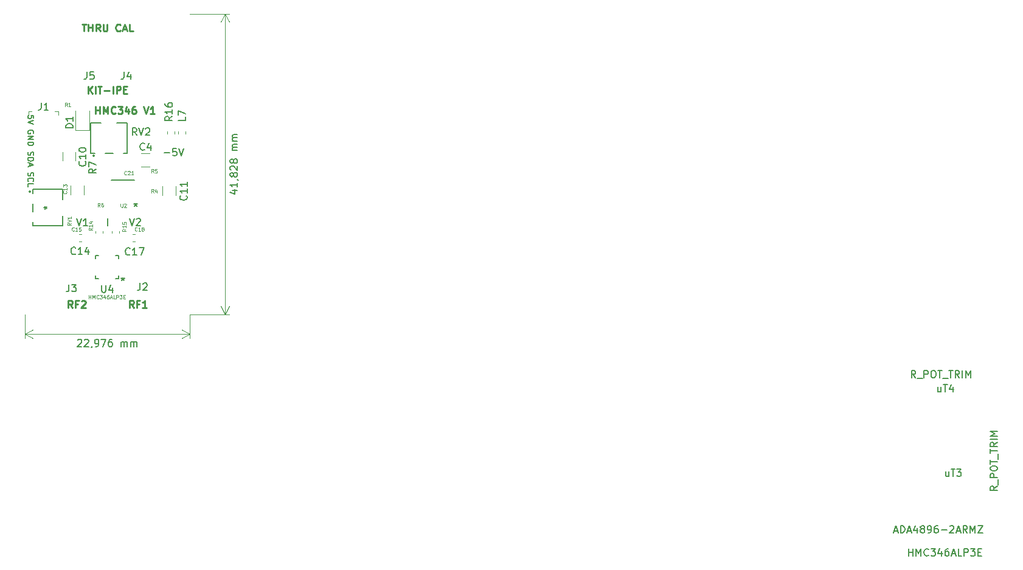
<source format=gbr>
%TF.GenerationSoftware,KiCad,Pcbnew,5.1.5-52549c5~84~ubuntu18.04.1*%
%TF.CreationDate,2020-02-04T01:27:03+01:00*%
%TF.ProjectId,HMC_RF_IPE,484d435f-5246-45f4-9950-452e6b696361,rev?*%
%TF.SameCoordinates,Original*%
%TF.FileFunction,Legend,Top*%
%TF.FilePolarity,Positive*%
%FSLAX46Y46*%
G04 Gerber Fmt 4.6, Leading zero omitted, Abs format (unit mm)*
G04 Created by KiCad (PCBNEW 5.1.5-52549c5~84~ubuntu18.04.1) date 2020-02-04 01:27:03*
%MOMM*%
%LPD*%
G04 APERTURE LIST*
%ADD10C,0.125000*%
%ADD11C,0.250000*%
%ADD12C,0.150000*%
%ADD13C,0.120000*%
%ADD14C,0.200000*%
%ADD15C,0.152400*%
%ADD16C,0.100000*%
G04 APERTURE END LIST*
D10*
X139819600Y-96509390D02*
X139819600Y-96009390D01*
X139819600Y-96247485D02*
X140105314Y-96247485D01*
X140105314Y-96509390D02*
X140105314Y-96009390D01*
X140343410Y-96509390D02*
X140343410Y-96009390D01*
X140510076Y-96366533D01*
X140676743Y-96009390D01*
X140676743Y-96509390D01*
X141200552Y-96461771D02*
X141176743Y-96485580D01*
X141105314Y-96509390D01*
X141057695Y-96509390D01*
X140986267Y-96485580D01*
X140938648Y-96437961D01*
X140914838Y-96390342D01*
X140891029Y-96295104D01*
X140891029Y-96223676D01*
X140914838Y-96128438D01*
X140938648Y-96080819D01*
X140986267Y-96033200D01*
X141057695Y-96009390D01*
X141105314Y-96009390D01*
X141176743Y-96033200D01*
X141200552Y-96057009D01*
X141367219Y-96009390D02*
X141676743Y-96009390D01*
X141510076Y-96199866D01*
X141581505Y-96199866D01*
X141629124Y-96223676D01*
X141652933Y-96247485D01*
X141676743Y-96295104D01*
X141676743Y-96414152D01*
X141652933Y-96461771D01*
X141629124Y-96485580D01*
X141581505Y-96509390D01*
X141438648Y-96509390D01*
X141391029Y-96485580D01*
X141367219Y-96461771D01*
X142105314Y-96176057D02*
X142105314Y-96509390D01*
X141986267Y-95985580D02*
X141867219Y-96342723D01*
X142176743Y-96342723D01*
X142581505Y-96009390D02*
X142486267Y-96009390D01*
X142438648Y-96033200D01*
X142414838Y-96057009D01*
X142367219Y-96128438D01*
X142343410Y-96223676D01*
X142343410Y-96414152D01*
X142367219Y-96461771D01*
X142391029Y-96485580D01*
X142438648Y-96509390D01*
X142533886Y-96509390D01*
X142581505Y-96485580D01*
X142605314Y-96461771D01*
X142629124Y-96414152D01*
X142629124Y-96295104D01*
X142605314Y-96247485D01*
X142581505Y-96223676D01*
X142533886Y-96199866D01*
X142438648Y-96199866D01*
X142391029Y-96223676D01*
X142367219Y-96247485D01*
X142343410Y-96295104D01*
X142819600Y-96366533D02*
X143057695Y-96366533D01*
X142771981Y-96509390D02*
X142938648Y-96009390D01*
X143105314Y-96509390D01*
X143510076Y-96509390D02*
X143271981Y-96509390D01*
X143271981Y-96009390D01*
X143676743Y-96509390D02*
X143676743Y-96009390D01*
X143867219Y-96009390D01*
X143914838Y-96033200D01*
X143938648Y-96057009D01*
X143962457Y-96104628D01*
X143962457Y-96176057D01*
X143938648Y-96223676D01*
X143914838Y-96247485D01*
X143867219Y-96271295D01*
X143676743Y-96271295D01*
X144129124Y-96009390D02*
X144438648Y-96009390D01*
X144271981Y-96199866D01*
X144343410Y-96199866D01*
X144391029Y-96223676D01*
X144414838Y-96247485D01*
X144438648Y-96295104D01*
X144438648Y-96414152D01*
X144414838Y-96461771D01*
X144391029Y-96485580D01*
X144343410Y-96509390D01*
X144200552Y-96509390D01*
X144152933Y-96485580D01*
X144129124Y-96461771D01*
X144652933Y-96247485D02*
X144819600Y-96247485D01*
X144891029Y-96509390D02*
X144652933Y-96509390D01*
X144652933Y-96009390D01*
X144891029Y-96009390D01*
D11*
X146068171Y-97755580D02*
X145734838Y-97279390D01*
X145496743Y-97755580D02*
X145496743Y-96755580D01*
X145877695Y-96755580D01*
X145972933Y-96803200D01*
X146020552Y-96850819D01*
X146068171Y-96946057D01*
X146068171Y-97088914D01*
X146020552Y-97184152D01*
X145972933Y-97231771D01*
X145877695Y-97279390D01*
X145496743Y-97279390D01*
X146830076Y-97231771D02*
X146496743Y-97231771D01*
X146496743Y-97755580D02*
X146496743Y-96755580D01*
X146972933Y-96755580D01*
X147877695Y-97755580D02*
X147306267Y-97755580D01*
X147591981Y-97755580D02*
X147591981Y-96755580D01*
X147496743Y-96898438D01*
X147401505Y-96993676D01*
X147306267Y-97041295D01*
X137558171Y-97775580D02*
X137224838Y-97299390D01*
X136986743Y-97775580D02*
X136986743Y-96775580D01*
X137367695Y-96775580D01*
X137462933Y-96823200D01*
X137510552Y-96870819D01*
X137558171Y-96966057D01*
X137558171Y-97108914D01*
X137510552Y-97204152D01*
X137462933Y-97251771D01*
X137367695Y-97299390D01*
X136986743Y-97299390D01*
X138320076Y-97251771D02*
X137986743Y-97251771D01*
X137986743Y-97775580D02*
X137986743Y-96775580D01*
X138462933Y-96775580D01*
X138796267Y-96870819D02*
X138843886Y-96823200D01*
X138939124Y-96775580D01*
X139177219Y-96775580D01*
X139272457Y-96823200D01*
X139320076Y-96870819D01*
X139367695Y-96966057D01*
X139367695Y-97061295D01*
X139320076Y-97204152D01*
X138748648Y-97775580D01*
X139367695Y-97775580D01*
D12*
X159839124Y-81443866D02*
X160505790Y-81443866D01*
X159458171Y-81681961D02*
X160172457Y-81920057D01*
X160172457Y-81301009D01*
X160505790Y-80396247D02*
X160505790Y-80967676D01*
X160505790Y-80681961D02*
X159505790Y-80681961D01*
X159648648Y-80777200D01*
X159743886Y-80872438D01*
X159791505Y-80967676D01*
X160458171Y-79920057D02*
X160505790Y-79920057D01*
X160601029Y-79967676D01*
X160648648Y-80015295D01*
X159934362Y-79348628D02*
X159886743Y-79443866D01*
X159839124Y-79491485D01*
X159743886Y-79539104D01*
X159696267Y-79539104D01*
X159601029Y-79491485D01*
X159553410Y-79443866D01*
X159505790Y-79348628D01*
X159505790Y-79158152D01*
X159553410Y-79062914D01*
X159601029Y-79015295D01*
X159696267Y-78967676D01*
X159743886Y-78967676D01*
X159839124Y-79015295D01*
X159886743Y-79062914D01*
X159934362Y-79158152D01*
X159934362Y-79348628D01*
X159981981Y-79443866D01*
X160029600Y-79491485D01*
X160124838Y-79539104D01*
X160315314Y-79539104D01*
X160410552Y-79491485D01*
X160458171Y-79443866D01*
X160505790Y-79348628D01*
X160505790Y-79158152D01*
X160458171Y-79062914D01*
X160410552Y-79015295D01*
X160315314Y-78967676D01*
X160124838Y-78967676D01*
X160029600Y-79015295D01*
X159981981Y-79062914D01*
X159934362Y-79158152D01*
X159601029Y-78586723D02*
X159553410Y-78539104D01*
X159505790Y-78443866D01*
X159505790Y-78205771D01*
X159553410Y-78110533D01*
X159601029Y-78062914D01*
X159696267Y-78015295D01*
X159791505Y-78015295D01*
X159934362Y-78062914D01*
X160505790Y-78634342D01*
X160505790Y-78015295D01*
X159934362Y-77443866D02*
X159886743Y-77539104D01*
X159839124Y-77586723D01*
X159743886Y-77634342D01*
X159696267Y-77634342D01*
X159601029Y-77586723D01*
X159553410Y-77539104D01*
X159505790Y-77443866D01*
X159505790Y-77253390D01*
X159553410Y-77158152D01*
X159601029Y-77110533D01*
X159696267Y-77062914D01*
X159743886Y-77062914D01*
X159839124Y-77110533D01*
X159886743Y-77158152D01*
X159934362Y-77253390D01*
X159934362Y-77443866D01*
X159981981Y-77539104D01*
X160029600Y-77586723D01*
X160124838Y-77634342D01*
X160315314Y-77634342D01*
X160410552Y-77586723D01*
X160458171Y-77539104D01*
X160505790Y-77443866D01*
X160505790Y-77253390D01*
X160458171Y-77158152D01*
X160410552Y-77110533D01*
X160315314Y-77062914D01*
X160124838Y-77062914D01*
X160029600Y-77110533D01*
X159981981Y-77158152D01*
X159934362Y-77253390D01*
X160505790Y-75872438D02*
X159839124Y-75872438D01*
X159934362Y-75872438D02*
X159886743Y-75824819D01*
X159839124Y-75729580D01*
X159839124Y-75586723D01*
X159886743Y-75491485D01*
X159981981Y-75443866D01*
X160505790Y-75443866D01*
X159981981Y-75443866D02*
X159886743Y-75396247D01*
X159839124Y-75301009D01*
X159839124Y-75158152D01*
X159886743Y-75062914D01*
X159981981Y-75015295D01*
X160505790Y-75015295D01*
X160505790Y-74539104D02*
X159839124Y-74539104D01*
X159934362Y-74539104D02*
X159886743Y-74491485D01*
X159839124Y-74396247D01*
X159839124Y-74253390D01*
X159886743Y-74158152D01*
X159981981Y-74110533D01*
X160505790Y-74110533D01*
X159981981Y-74110533D02*
X159886743Y-74062914D01*
X159839124Y-73967676D01*
X159839124Y-73824819D01*
X159886743Y-73729580D01*
X159981981Y-73681961D01*
X160505790Y-73681961D01*
D13*
X158783410Y-98691200D02*
X158783410Y-56863200D01*
X153891410Y-98691200D02*
X159369831Y-98691200D01*
X153891410Y-56863200D02*
X159369831Y-56863200D01*
X158783410Y-56863200D02*
X159369831Y-57989704D01*
X158783410Y-56863200D02*
X158196989Y-57989704D01*
X158783410Y-98691200D02*
X159369831Y-97564696D01*
X158783410Y-98691200D02*
X158196989Y-97564696D01*
D12*
X138262262Y-102268384D02*
X138309858Y-102220742D01*
X138405074Y-102173078D01*
X138643169Y-102172964D01*
X138738430Y-102220537D01*
X138786072Y-102268133D01*
X138833736Y-102363349D01*
X138833782Y-102458587D01*
X138786231Y-102601467D01*
X138215076Y-103173169D01*
X138834124Y-103172872D01*
X139214643Y-102267928D02*
X139262239Y-102220286D01*
X139357455Y-102172622D01*
X139595550Y-102172508D01*
X139690811Y-102220081D01*
X139738453Y-102267677D01*
X139786117Y-102362893D01*
X139786163Y-102458131D01*
X139738612Y-102601011D01*
X139167457Y-103172713D01*
X139786505Y-103172416D01*
X140262672Y-103124569D02*
X140262695Y-103172188D01*
X140215122Y-103267449D01*
X140167525Y-103315091D01*
X140738886Y-103171960D02*
X140929362Y-103171869D01*
X141024577Y-103124205D01*
X141072173Y-103076563D01*
X141167343Y-102933660D01*
X141214871Y-102743161D01*
X141214688Y-102362209D01*
X141167024Y-102266993D01*
X141119382Y-102219397D01*
X141024121Y-102171824D01*
X140833645Y-102171915D01*
X140738430Y-102219579D01*
X140690833Y-102267221D01*
X140643260Y-102362482D01*
X140643374Y-102600577D01*
X140691039Y-102695793D01*
X140738680Y-102743389D01*
X140833941Y-102790962D01*
X141024417Y-102790871D01*
X141119633Y-102743207D01*
X141167229Y-102695565D01*
X141214802Y-102600304D01*
X141547931Y-102171573D02*
X142214597Y-102171254D01*
X141786505Y-103171459D01*
X143024121Y-102170866D02*
X142833645Y-102170957D01*
X142738429Y-102218622D01*
X142690833Y-102266264D01*
X142595663Y-102409167D01*
X142548136Y-102599666D01*
X142548318Y-102980618D01*
X142595983Y-103075833D01*
X142643624Y-103123429D01*
X142738885Y-103171003D01*
X142929362Y-103170912D01*
X143024577Y-103123247D01*
X143072173Y-103075605D01*
X143119747Y-102980344D01*
X143119633Y-102742249D01*
X143071968Y-102647034D01*
X143024326Y-102599438D01*
X142929065Y-102551864D01*
X142738589Y-102551955D01*
X142643374Y-102599620D01*
X142595777Y-102647262D01*
X142548204Y-102742523D01*
X144310314Y-103170250D02*
X144309995Y-102503584D01*
X144310040Y-102598822D02*
X144357636Y-102551180D01*
X144452852Y-102503515D01*
X144595709Y-102503447D01*
X144690970Y-102551021D01*
X144738634Y-102646236D01*
X144738885Y-103170045D01*
X144738634Y-102646236D02*
X144786208Y-102550975D01*
X144881423Y-102503310D01*
X145024280Y-102503242D01*
X145119541Y-102550815D01*
X145167206Y-102646031D01*
X145167457Y-103169840D01*
X145643647Y-103169612D02*
X145643328Y-102502946D01*
X145643373Y-102598184D02*
X145690970Y-102550542D01*
X145786185Y-102502877D01*
X145929042Y-102502809D01*
X146024303Y-102550382D01*
X146071968Y-102645597D01*
X146072218Y-103169407D01*
X146071968Y-102645597D02*
X146119541Y-102550337D01*
X146214756Y-102502672D01*
X146357613Y-102502604D01*
X146452874Y-102550177D01*
X146500539Y-102645392D01*
X146500790Y-103169202D01*
D13*
X130916728Y-101454282D02*
X153892728Y-101443282D01*
X130915410Y-98702200D02*
X130917008Y-102040702D01*
X153891410Y-98691200D02*
X153893008Y-102029702D01*
X153892728Y-101443282D02*
X152766505Y-102030242D01*
X153892728Y-101443282D02*
X152765944Y-100857401D01*
X130916728Y-101454282D02*
X132043512Y-102040163D01*
X130916728Y-101454282D02*
X132042951Y-100867322D01*
D14*
X132151505Y-71404152D02*
X132151505Y-71023200D01*
X131770552Y-70985104D01*
X131808648Y-71023200D01*
X131846743Y-71099390D01*
X131846743Y-71289866D01*
X131808648Y-71366057D01*
X131770552Y-71404152D01*
X131694362Y-71442247D01*
X131503886Y-71442247D01*
X131427695Y-71404152D01*
X131389600Y-71366057D01*
X131351505Y-71289866D01*
X131351505Y-71099390D01*
X131389600Y-71023200D01*
X131427695Y-70985104D01*
X132151505Y-71670819D02*
X131351505Y-71937485D01*
X132151505Y-72204152D01*
X132113410Y-73499390D02*
X132151505Y-73423200D01*
X132151505Y-73308914D01*
X132113410Y-73194628D01*
X132037219Y-73118438D01*
X131961029Y-73080342D01*
X131808648Y-73042247D01*
X131694362Y-73042247D01*
X131541981Y-73080342D01*
X131465790Y-73118438D01*
X131389600Y-73194628D01*
X131351505Y-73308914D01*
X131351505Y-73385104D01*
X131389600Y-73499390D01*
X131427695Y-73537485D01*
X131694362Y-73537485D01*
X131694362Y-73385104D01*
X131351505Y-73880342D02*
X132151505Y-73880342D01*
X131351505Y-74337485D01*
X132151505Y-74337485D01*
X131351505Y-74718438D02*
X132151505Y-74718438D01*
X132151505Y-74908914D01*
X132113410Y-75023200D01*
X132037219Y-75099390D01*
X131961029Y-75137485D01*
X131808648Y-75175580D01*
X131694362Y-75175580D01*
X131541981Y-75137485D01*
X131465790Y-75099390D01*
X131389600Y-75023200D01*
X131351505Y-74908914D01*
X131351505Y-74718438D01*
X131389600Y-76089866D02*
X131351505Y-76204152D01*
X131351505Y-76394628D01*
X131389600Y-76470819D01*
X131427695Y-76508914D01*
X131503886Y-76547009D01*
X131580076Y-76547009D01*
X131656267Y-76508914D01*
X131694362Y-76470819D01*
X131732457Y-76394628D01*
X131770552Y-76242247D01*
X131808648Y-76166057D01*
X131846743Y-76127961D01*
X131922933Y-76089866D01*
X131999124Y-76089866D01*
X132075314Y-76127961D01*
X132113410Y-76166057D01*
X132151505Y-76242247D01*
X132151505Y-76432723D01*
X132113410Y-76547009D01*
X131351505Y-76889866D02*
X132151505Y-76889866D01*
X132151505Y-77080342D01*
X132113410Y-77194628D01*
X132037219Y-77270819D01*
X131961029Y-77308914D01*
X131808648Y-77347009D01*
X131694362Y-77347009D01*
X131541981Y-77308914D01*
X131465790Y-77270819D01*
X131389600Y-77194628D01*
X131351505Y-77080342D01*
X131351505Y-76889866D01*
X131580076Y-77651771D02*
X131580076Y-78032723D01*
X131351505Y-77575580D02*
X132151505Y-77842247D01*
X131351505Y-78108914D01*
X131389600Y-78947009D02*
X131351505Y-79061295D01*
X131351505Y-79251771D01*
X131389600Y-79327961D01*
X131427695Y-79366057D01*
X131503886Y-79404152D01*
X131580076Y-79404152D01*
X131656267Y-79366057D01*
X131694362Y-79327961D01*
X131732457Y-79251771D01*
X131770552Y-79099390D01*
X131808648Y-79023200D01*
X131846743Y-78985104D01*
X131922933Y-78947009D01*
X131999124Y-78947009D01*
X132075314Y-78985104D01*
X132113410Y-79023200D01*
X132151505Y-79099390D01*
X132151505Y-79289866D01*
X132113410Y-79404152D01*
X131427695Y-80204152D02*
X131389600Y-80166057D01*
X131351505Y-80051771D01*
X131351505Y-79975580D01*
X131389600Y-79861295D01*
X131465790Y-79785104D01*
X131541981Y-79747009D01*
X131694362Y-79708914D01*
X131808648Y-79708914D01*
X131961029Y-79747009D01*
X132037219Y-79785104D01*
X132113410Y-79861295D01*
X132151505Y-79975580D01*
X132151505Y-80051771D01*
X132113410Y-80166057D01*
X132075314Y-80204152D01*
X131351505Y-80927961D02*
X131351505Y-80547009D01*
X132151505Y-80547009D01*
D11*
X138875790Y-58295580D02*
X139447219Y-58295580D01*
X139161505Y-59295580D02*
X139161505Y-58295580D01*
X139780552Y-59295580D02*
X139780552Y-58295580D01*
X139780552Y-58771771D02*
X140351981Y-58771771D01*
X140351981Y-59295580D02*
X140351981Y-58295580D01*
X141399600Y-59295580D02*
X141066267Y-58819390D01*
X140828171Y-59295580D02*
X140828171Y-58295580D01*
X141209124Y-58295580D01*
X141304362Y-58343200D01*
X141351981Y-58390819D01*
X141399600Y-58486057D01*
X141399600Y-58628914D01*
X141351981Y-58724152D01*
X141304362Y-58771771D01*
X141209124Y-58819390D01*
X140828171Y-58819390D01*
X141828171Y-58295580D02*
X141828171Y-59105104D01*
X141875790Y-59200342D01*
X141923410Y-59247961D01*
X142018648Y-59295580D01*
X142209124Y-59295580D01*
X142304362Y-59247961D01*
X142351981Y-59200342D01*
X142399600Y-59105104D01*
X142399600Y-58295580D01*
X144209124Y-59200342D02*
X144161505Y-59247961D01*
X144018648Y-59295580D01*
X143923410Y-59295580D01*
X143780552Y-59247961D01*
X143685314Y-59152723D01*
X143637695Y-59057485D01*
X143590076Y-58867009D01*
X143590076Y-58724152D01*
X143637695Y-58533676D01*
X143685314Y-58438438D01*
X143780552Y-58343200D01*
X143923410Y-58295580D01*
X144018648Y-58295580D01*
X144161505Y-58343200D01*
X144209124Y-58390819D01*
X144590076Y-59009866D02*
X145066267Y-59009866D01*
X144494838Y-59295580D02*
X144828171Y-58295580D01*
X145161505Y-59295580D01*
X145971029Y-59295580D02*
X145494838Y-59295580D01*
X145494838Y-58295580D01*
X139732933Y-67945580D02*
X139732933Y-66945580D01*
X140304362Y-67945580D02*
X139875790Y-67374152D01*
X140304362Y-66945580D02*
X139732933Y-67517009D01*
X140732933Y-67945580D02*
X140732933Y-66945580D01*
X141066267Y-66945580D02*
X141637695Y-66945580D01*
X141351981Y-67945580D02*
X141351981Y-66945580D01*
X141971029Y-67564628D02*
X142732933Y-67564628D01*
X143209124Y-67945580D02*
X143209124Y-66945580D01*
X143685314Y-67945580D02*
X143685314Y-66945580D01*
X144066267Y-66945580D01*
X144161505Y-66993200D01*
X144209124Y-67040819D01*
X144256743Y-67136057D01*
X144256743Y-67278914D01*
X144209124Y-67374152D01*
X144161505Y-67421771D01*
X144066267Y-67469390D01*
X143685314Y-67469390D01*
X144685314Y-67421771D02*
X145018648Y-67421771D01*
X145161505Y-67945580D02*
X144685314Y-67945580D01*
X144685314Y-66945580D01*
X145161505Y-66945580D01*
X140776981Y-70775580D02*
X140776981Y-69775580D01*
X140776981Y-70251771D02*
X141348410Y-70251771D01*
X141348410Y-70775580D02*
X141348410Y-69775580D01*
X141824600Y-70775580D02*
X141824600Y-69775580D01*
X142157933Y-70489866D01*
X142491267Y-69775580D01*
X142491267Y-70775580D01*
X143538886Y-70680342D02*
X143491267Y-70727961D01*
X143348410Y-70775580D01*
X143253171Y-70775580D01*
X143110314Y-70727961D01*
X143015076Y-70632723D01*
X142967457Y-70537485D01*
X142919838Y-70347009D01*
X142919838Y-70204152D01*
X142967457Y-70013676D01*
X143015076Y-69918438D01*
X143110314Y-69823200D01*
X143253171Y-69775580D01*
X143348410Y-69775580D01*
X143491267Y-69823200D01*
X143538886Y-69870819D01*
X143872219Y-69775580D02*
X144491267Y-69775580D01*
X144157933Y-70156533D01*
X144300790Y-70156533D01*
X144396029Y-70204152D01*
X144443648Y-70251771D01*
X144491267Y-70347009D01*
X144491267Y-70585104D01*
X144443648Y-70680342D01*
X144396029Y-70727961D01*
X144300790Y-70775580D01*
X144015076Y-70775580D01*
X143919838Y-70727961D01*
X143872219Y-70680342D01*
X145348410Y-70108914D02*
X145348410Y-70775580D01*
X145110314Y-69727961D02*
X144872219Y-70442247D01*
X145491267Y-70442247D01*
X146300790Y-69775580D02*
X146110314Y-69775580D01*
X146015076Y-69823200D01*
X145967457Y-69870819D01*
X145872219Y-70013676D01*
X145824600Y-70204152D01*
X145824600Y-70585104D01*
X145872219Y-70680342D01*
X145919838Y-70727961D01*
X146015076Y-70775580D01*
X146205552Y-70775580D01*
X146300790Y-70727961D01*
X146348410Y-70680342D01*
X146396029Y-70585104D01*
X146396029Y-70347009D01*
X146348410Y-70251771D01*
X146300790Y-70204152D01*
X146205552Y-70156533D01*
X146015076Y-70156533D01*
X145919838Y-70204152D01*
X145872219Y-70251771D01*
X145824600Y-70347009D01*
X147443648Y-69775580D02*
X147776981Y-70775580D01*
X148110314Y-69775580D01*
X148967457Y-70775580D02*
X148396029Y-70775580D01*
X148681743Y-70775580D02*
X148681743Y-69775580D01*
X148586505Y-69918438D01*
X148491267Y-70013676D01*
X148396029Y-70061295D01*
D15*
%TO.C,U4*%
X143590151Y-93750200D02*
X144014410Y-93750200D01*
X140760410Y-93325941D02*
X140760410Y-93750200D01*
X141184669Y-90496200D02*
X140760410Y-90496200D01*
X144014410Y-90920459D02*
X144014410Y-90496200D01*
X144014410Y-93750200D02*
X144014410Y-93325941D01*
X140760410Y-93750200D02*
X141184669Y-93750200D01*
X140760410Y-90496200D02*
X140760410Y-90920459D01*
X144014410Y-90496200D02*
X143590151Y-90496200D01*
%TO.C,RV2*%
X140608410Y-76631200D02*
G75*
G03X140608410Y-76631200I-127000J0D01*
G01*
X144637850Y-76256700D02*
X145181410Y-76256700D01*
X141521270Y-72065700D02*
X140101410Y-72065700D01*
X142097850Y-76256700D02*
X143184970Y-76256700D01*
X140101410Y-76256700D02*
X140644970Y-76256700D01*
X145181410Y-72065700D02*
X143761550Y-72065700D01*
X145181410Y-72065700D02*
X145181410Y-76256700D01*
X140101410Y-72065700D02*
X140101410Y-76256700D01*
%TO.C,RV1*%
X131745410Y-81601200D02*
G75*
G03X131745410Y-81601200I-127000J0D01*
G01*
X132002910Y-85844640D02*
X132002910Y-86388200D01*
X136193910Y-82728060D02*
X136193910Y-81308200D01*
X132002910Y-83304640D02*
X132002910Y-84391760D01*
X132002910Y-81308200D02*
X132002910Y-81851760D01*
X136193910Y-86388200D02*
X136193910Y-84968340D01*
X136193910Y-86388200D02*
X132002910Y-86388200D01*
X136193910Y-81308200D02*
X132002910Y-81308200D01*
D13*
%TO.C,R16*%
X151733410Y-73585979D02*
X151733410Y-73260421D01*
X150713410Y-73585979D02*
X150713410Y-73260421D01*
%TO.C,R15*%
X143013410Y-87080421D02*
X143013410Y-87405979D01*
X144033410Y-87080421D02*
X144033410Y-87405979D01*
%TO.C,R14*%
X140783410Y-87070421D02*
X140783410Y-87395979D01*
X141803410Y-87070421D02*
X141803410Y-87395979D01*
D15*
%TO.C,U2*%
X146193610Y-79993000D02*
X142993210Y-79993000D01*
D13*
%TO.C,C10*%
X136143410Y-76099136D02*
X136143410Y-77303264D01*
X137963410Y-76099136D02*
X137963410Y-77303264D01*
%TO.C,L7*%
X152283410Y-73260421D02*
X152283410Y-73585979D01*
X153303410Y-73260421D02*
X153303410Y-73585979D01*
%TO.C,C18*%
X145940631Y-88553200D02*
X146266189Y-88553200D01*
X145940631Y-87533200D02*
X146266189Y-87533200D01*
%TO.C,C15*%
X138788689Y-87523200D02*
X138463131Y-87523200D01*
X138788689Y-88543200D02*
X138463131Y-88543200D01*
D16*
%TO.C,J1*%
X135623410Y-70423200D02*
X135123410Y-70423200D01*
X135623410Y-70423200D02*
X135623410Y-70923200D01*
X131403410Y-70433200D02*
X131903410Y-70433200D01*
X131403410Y-70433200D02*
X131403410Y-70933200D01*
D13*
%TO.C,D1*%
X139883410Y-73033200D02*
X139883410Y-70348200D01*
X137963410Y-73033200D02*
X139883410Y-73033200D01*
X137963410Y-70348200D02*
X137963410Y-73033200D01*
%TO.C,C13*%
X139133410Y-82005264D02*
X139133410Y-80801136D01*
X137313410Y-82005264D02*
X137313410Y-80801136D01*
%TO.C,C11*%
X151893410Y-82085264D02*
X151893410Y-80881136D01*
X150073410Y-82085264D02*
X150073410Y-80881136D01*
%TO.C,C4*%
X148323474Y-76288200D02*
X147119346Y-76288200D01*
X148323474Y-78108200D02*
X147119346Y-78108200D01*
%TO.C,U4*%
D12*
X141625505Y-94623580D02*
X141625505Y-95433104D01*
X141673124Y-95528342D01*
X141720743Y-95575961D01*
X141815981Y-95623580D01*
X142006457Y-95623580D01*
X142101695Y-95575961D01*
X142149314Y-95528342D01*
X142196933Y-95433104D01*
X142196933Y-94623580D01*
X143101695Y-94956914D02*
X143101695Y-95623580D01*
X142863600Y-94575961D02*
X142625505Y-95290247D01*
X143244552Y-95290247D01*
X253955790Y-132305580D02*
X253955790Y-131305580D01*
X253955790Y-131781771D02*
X254527219Y-131781771D01*
X254527219Y-132305580D02*
X254527219Y-131305580D01*
X255003410Y-132305580D02*
X255003410Y-131305580D01*
X255336743Y-132019866D01*
X255670076Y-131305580D01*
X255670076Y-132305580D01*
X256717695Y-132210342D02*
X256670076Y-132257961D01*
X256527219Y-132305580D01*
X256431981Y-132305580D01*
X256289124Y-132257961D01*
X256193886Y-132162723D01*
X256146267Y-132067485D01*
X256098648Y-131877009D01*
X256098648Y-131734152D01*
X256146267Y-131543676D01*
X256193886Y-131448438D01*
X256289124Y-131353200D01*
X256431981Y-131305580D01*
X256527219Y-131305580D01*
X256670076Y-131353200D01*
X256717695Y-131400819D01*
X257051029Y-131305580D02*
X257670076Y-131305580D01*
X257336743Y-131686533D01*
X257479600Y-131686533D01*
X257574838Y-131734152D01*
X257622457Y-131781771D01*
X257670076Y-131877009D01*
X257670076Y-132115104D01*
X257622457Y-132210342D01*
X257574838Y-132257961D01*
X257479600Y-132305580D01*
X257193886Y-132305580D01*
X257098648Y-132257961D01*
X257051029Y-132210342D01*
X258527219Y-131638914D02*
X258527219Y-132305580D01*
X258289124Y-131257961D02*
X258051029Y-131972247D01*
X258670076Y-131972247D01*
X259479600Y-131305580D02*
X259289124Y-131305580D01*
X259193886Y-131353200D01*
X259146267Y-131400819D01*
X259051029Y-131543676D01*
X259003410Y-131734152D01*
X259003410Y-132115104D01*
X259051029Y-132210342D01*
X259098648Y-132257961D01*
X259193886Y-132305580D01*
X259384362Y-132305580D01*
X259479600Y-132257961D01*
X259527219Y-132210342D01*
X259574838Y-132115104D01*
X259574838Y-131877009D01*
X259527219Y-131781771D01*
X259479600Y-131734152D01*
X259384362Y-131686533D01*
X259193886Y-131686533D01*
X259098648Y-131734152D01*
X259051029Y-131781771D01*
X259003410Y-131877009D01*
X259955790Y-132019866D02*
X260431981Y-132019866D01*
X259860552Y-132305580D02*
X260193886Y-131305580D01*
X260527219Y-132305580D01*
X261336743Y-132305580D02*
X260860552Y-132305580D01*
X260860552Y-131305580D01*
X261670076Y-132305580D02*
X261670076Y-131305580D01*
X262051029Y-131305580D01*
X262146267Y-131353200D01*
X262193886Y-131400819D01*
X262241505Y-131496057D01*
X262241505Y-131638914D01*
X262193886Y-131734152D01*
X262146267Y-131781771D01*
X262051029Y-131829390D01*
X261670076Y-131829390D01*
X262574838Y-131305580D02*
X263193886Y-131305580D01*
X262860552Y-131686533D01*
X263003410Y-131686533D01*
X263098648Y-131734152D01*
X263146267Y-131781771D01*
X263193886Y-131877009D01*
X263193886Y-132115104D01*
X263146267Y-132210342D01*
X263098648Y-132257961D01*
X263003410Y-132305580D01*
X262717695Y-132305580D01*
X262622457Y-132257961D01*
X262574838Y-132210342D01*
X263622457Y-131781771D02*
X263955790Y-131781771D01*
X264098648Y-132305580D02*
X263622457Y-132305580D01*
X263622457Y-131305580D01*
X264098648Y-131305580D01*
X144573410Y-93525580D02*
X144573410Y-93763676D01*
X144335314Y-93668438D02*
X144573410Y-93763676D01*
X144811505Y-93668438D01*
X144430552Y-93954152D02*
X144573410Y-93763676D01*
X144716267Y-93954152D01*
X144573410Y-93525580D02*
X144573410Y-93763676D01*
X144335314Y-93668438D02*
X144573410Y-93763676D01*
X144811505Y-93668438D01*
X144430552Y-93954152D02*
X144573410Y-93763676D01*
X144716267Y-93954152D01*
%TO.C,RV2*%
D14*
X146488171Y-73755580D02*
X146154838Y-73279390D01*
X145916743Y-73755580D02*
X145916743Y-72755580D01*
X146297695Y-72755580D01*
X146392933Y-72803200D01*
X146440552Y-72850819D01*
X146488171Y-72946057D01*
X146488171Y-73088914D01*
X146440552Y-73184152D01*
X146392933Y-73231771D01*
X146297695Y-73279390D01*
X145916743Y-73279390D01*
X146773886Y-72755580D02*
X147107219Y-73755580D01*
X147440552Y-72755580D01*
X147726267Y-72850819D02*
X147773886Y-72803200D01*
X147869124Y-72755580D01*
X148107219Y-72755580D01*
X148202457Y-72803200D01*
X148250076Y-72850819D01*
X148297695Y-72946057D01*
X148297695Y-73041295D01*
X148250076Y-73184152D01*
X147678648Y-73755580D01*
X148297695Y-73755580D01*
D12*
X254915790Y-107495580D02*
X254582457Y-107019390D01*
X254344362Y-107495580D02*
X254344362Y-106495580D01*
X254725314Y-106495580D01*
X254820552Y-106543200D01*
X254868171Y-106590819D01*
X254915790Y-106686057D01*
X254915790Y-106828914D01*
X254868171Y-106924152D01*
X254820552Y-106971771D01*
X254725314Y-107019390D01*
X254344362Y-107019390D01*
X255106267Y-107590819D02*
X255868171Y-107590819D01*
X256106267Y-107495580D02*
X256106267Y-106495580D01*
X256487219Y-106495580D01*
X256582457Y-106543200D01*
X256630076Y-106590819D01*
X256677695Y-106686057D01*
X256677695Y-106828914D01*
X256630076Y-106924152D01*
X256582457Y-106971771D01*
X256487219Y-107019390D01*
X256106267Y-107019390D01*
X257296743Y-106495580D02*
X257487219Y-106495580D01*
X257582457Y-106543200D01*
X257677695Y-106638438D01*
X257725314Y-106828914D01*
X257725314Y-107162247D01*
X257677695Y-107352723D01*
X257582457Y-107447961D01*
X257487219Y-107495580D01*
X257296743Y-107495580D01*
X257201505Y-107447961D01*
X257106267Y-107352723D01*
X257058648Y-107162247D01*
X257058648Y-106828914D01*
X257106267Y-106638438D01*
X257201505Y-106543200D01*
X257296743Y-106495580D01*
X258011029Y-106495580D02*
X258582457Y-106495580D01*
X258296743Y-107495580D02*
X258296743Y-106495580D01*
X258677695Y-107590819D02*
X259439600Y-107590819D01*
X259534838Y-106495580D02*
X260106267Y-106495580D01*
X259820552Y-107495580D02*
X259820552Y-106495580D01*
X261011029Y-107495580D02*
X260677695Y-107019390D01*
X260439600Y-107495580D02*
X260439600Y-106495580D01*
X260820552Y-106495580D01*
X260915790Y-106543200D01*
X260963410Y-106590819D01*
X261011029Y-106686057D01*
X261011029Y-106828914D01*
X260963410Y-106924152D01*
X260915790Y-106971771D01*
X260820552Y-107019390D01*
X260439600Y-107019390D01*
X261439600Y-107495580D02*
X261439600Y-106495580D01*
X261915790Y-107495580D02*
X261915790Y-106495580D01*
X262249124Y-107209866D01*
X262582457Y-106495580D01*
X262582457Y-107495580D01*
%TO.C,RV1*%
D10*
X137349600Y-85980819D02*
X137111505Y-86147485D01*
X137349600Y-86266533D02*
X136849600Y-86266533D01*
X136849600Y-86076057D01*
X136873410Y-86028438D01*
X136897219Y-86004628D01*
X136944838Y-85980819D01*
X137016267Y-85980819D01*
X137063886Y-86004628D01*
X137087695Y-86028438D01*
X137111505Y-86076057D01*
X137111505Y-86266533D01*
X136849600Y-85837961D02*
X137349600Y-85671295D01*
X136849600Y-85504628D01*
X137349600Y-85076057D02*
X137349600Y-85361771D01*
X137349600Y-85218914D02*
X136849600Y-85218914D01*
X136921029Y-85266533D01*
X136968648Y-85314152D01*
X136992457Y-85361771D01*
D12*
X266305790Y-122610819D02*
X265829600Y-122944152D01*
X266305790Y-123182247D02*
X265305790Y-123182247D01*
X265305790Y-122801295D01*
X265353410Y-122706057D01*
X265401029Y-122658438D01*
X265496267Y-122610819D01*
X265639124Y-122610819D01*
X265734362Y-122658438D01*
X265781981Y-122706057D01*
X265829600Y-122801295D01*
X265829600Y-123182247D01*
X266401029Y-122420342D02*
X266401029Y-121658438D01*
X266305790Y-121420342D02*
X265305790Y-121420342D01*
X265305790Y-121039390D01*
X265353410Y-120944152D01*
X265401029Y-120896533D01*
X265496267Y-120848914D01*
X265639124Y-120848914D01*
X265734362Y-120896533D01*
X265781981Y-120944152D01*
X265829600Y-121039390D01*
X265829600Y-121420342D01*
X265305790Y-120229866D02*
X265305790Y-120039390D01*
X265353410Y-119944152D01*
X265448648Y-119848914D01*
X265639124Y-119801295D01*
X265972457Y-119801295D01*
X266162933Y-119848914D01*
X266258171Y-119944152D01*
X266305790Y-120039390D01*
X266305790Y-120229866D01*
X266258171Y-120325104D01*
X266162933Y-120420342D01*
X265972457Y-120467961D01*
X265639124Y-120467961D01*
X265448648Y-120420342D01*
X265353410Y-120325104D01*
X265305790Y-120229866D01*
X265305790Y-119515580D02*
X265305790Y-118944152D01*
X266305790Y-119229866D02*
X265305790Y-119229866D01*
X266401029Y-118848914D02*
X266401029Y-118087009D01*
X265305790Y-117991771D02*
X265305790Y-117420342D01*
X266305790Y-117706057D02*
X265305790Y-117706057D01*
X266305790Y-116515580D02*
X265829600Y-116848914D01*
X266305790Y-117087009D02*
X265305790Y-117087009D01*
X265305790Y-116706057D01*
X265353410Y-116610819D01*
X265401029Y-116563200D01*
X265496267Y-116515580D01*
X265639124Y-116515580D01*
X265734362Y-116563200D01*
X265781981Y-116610819D01*
X265829600Y-116706057D01*
X265829600Y-117087009D01*
X266305790Y-116087009D02*
X265305790Y-116087009D01*
X266305790Y-115610819D02*
X265305790Y-115610819D01*
X266020076Y-115277485D01*
X265305790Y-114944152D01*
X266305790Y-114944152D01*
X133550790Y-83848200D02*
X133788886Y-83848200D01*
X133693648Y-84086295D02*
X133788886Y-83848200D01*
X133693648Y-83610104D01*
X133979362Y-83991057D02*
X133788886Y-83848200D01*
X133979362Y-83705342D01*
%TO.C,uT4*%
X258430552Y-108808914D02*
X258430552Y-109475580D01*
X258001981Y-108808914D02*
X258001981Y-109332723D01*
X258049600Y-109427961D01*
X258144838Y-109475580D01*
X258287695Y-109475580D01*
X258382933Y-109427961D01*
X258430552Y-109380342D01*
X258763886Y-108475580D02*
X259335314Y-108475580D01*
X259049600Y-109475580D02*
X259049600Y-108475580D01*
X260097219Y-108808914D02*
X260097219Y-109475580D01*
X259859124Y-108427961D02*
X259621029Y-109142247D01*
X260240076Y-109142247D01*
%TO.C,uT3*%
X259510552Y-120568914D02*
X259510552Y-121235580D01*
X259081981Y-120568914D02*
X259081981Y-121092723D01*
X259129600Y-121187961D01*
X259224838Y-121235580D01*
X259367695Y-121235580D01*
X259462933Y-121187961D01*
X259510552Y-121140342D01*
X259843886Y-120235580D02*
X260415314Y-120235580D01*
X260129600Y-121235580D02*
X260129600Y-120235580D01*
X260653410Y-120235580D02*
X261272457Y-120235580D01*
X260939124Y-120616533D01*
X261081981Y-120616533D01*
X261177219Y-120664152D01*
X261224838Y-120711771D01*
X261272457Y-120807009D01*
X261272457Y-121045104D01*
X261224838Y-121140342D01*
X261177219Y-121187961D01*
X261081981Y-121235580D01*
X260796267Y-121235580D01*
X260701029Y-121187961D01*
X260653410Y-121140342D01*
%TO.C,R16*%
X151450790Y-71141057D02*
X150974600Y-71474390D01*
X151450790Y-71712485D02*
X150450790Y-71712485D01*
X150450790Y-71331533D01*
X150498410Y-71236295D01*
X150546029Y-71188676D01*
X150641267Y-71141057D01*
X150784124Y-71141057D01*
X150879362Y-71188676D01*
X150926981Y-71236295D01*
X150974600Y-71331533D01*
X150974600Y-71712485D01*
X151450790Y-70188676D02*
X151450790Y-70760104D01*
X151450790Y-70474390D02*
X150450790Y-70474390D01*
X150593648Y-70569628D01*
X150688886Y-70664866D01*
X150736505Y-70760104D01*
X150450790Y-69331533D02*
X150450790Y-69522009D01*
X150498410Y-69617247D01*
X150546029Y-69664866D01*
X150688886Y-69760104D01*
X150879362Y-69807723D01*
X151260314Y-69807723D01*
X151355552Y-69760104D01*
X151403171Y-69712485D01*
X151450790Y-69617247D01*
X151450790Y-69426771D01*
X151403171Y-69331533D01*
X151355552Y-69283914D01*
X151260314Y-69236295D01*
X151022219Y-69236295D01*
X150926981Y-69283914D01*
X150879362Y-69331533D01*
X150831743Y-69426771D01*
X150831743Y-69617247D01*
X150879362Y-69712485D01*
X150926981Y-69760104D01*
X151022219Y-69807723D01*
%TO.C,R15*%
D10*
X145019600Y-86804628D02*
X144781505Y-86971295D01*
X145019600Y-87090342D02*
X144519600Y-87090342D01*
X144519600Y-86899866D01*
X144543410Y-86852247D01*
X144567219Y-86828438D01*
X144614838Y-86804628D01*
X144686267Y-86804628D01*
X144733886Y-86828438D01*
X144757695Y-86852247D01*
X144781505Y-86899866D01*
X144781505Y-87090342D01*
X145019600Y-86328438D02*
X145019600Y-86614152D01*
X145019600Y-86471295D02*
X144519600Y-86471295D01*
X144591029Y-86518914D01*
X144638648Y-86566533D01*
X144662457Y-86614152D01*
X144519600Y-85876057D02*
X144519600Y-86114152D01*
X144757695Y-86137961D01*
X144733886Y-86114152D01*
X144710076Y-86066533D01*
X144710076Y-85947485D01*
X144733886Y-85899866D01*
X144757695Y-85876057D01*
X144805314Y-85852247D01*
X144924362Y-85852247D01*
X144971981Y-85876057D01*
X144995790Y-85899866D01*
X145019600Y-85947485D01*
X145019600Y-86066533D01*
X144995790Y-86114152D01*
X144971981Y-86137961D01*
%TO.C,R14*%
X140309600Y-86694628D02*
X140071505Y-86861295D01*
X140309600Y-86980342D02*
X139809600Y-86980342D01*
X139809600Y-86789866D01*
X139833410Y-86742247D01*
X139857219Y-86718438D01*
X139904838Y-86694628D01*
X139976267Y-86694628D01*
X140023886Y-86718438D01*
X140047695Y-86742247D01*
X140071505Y-86789866D01*
X140071505Y-86980342D01*
X140309600Y-86218438D02*
X140309600Y-86504152D01*
X140309600Y-86361295D02*
X139809600Y-86361295D01*
X139881029Y-86408914D01*
X139928648Y-86456533D01*
X139952457Y-86504152D01*
X139976267Y-85789866D02*
X140309600Y-85789866D01*
X139785790Y-85908914D02*
X140142933Y-86027961D01*
X140142933Y-85718438D01*
%TO.C,U2*%
X144267457Y-83274390D02*
X144267457Y-83679152D01*
X144291267Y-83726771D01*
X144315076Y-83750580D01*
X144362695Y-83774390D01*
X144457933Y-83774390D01*
X144505552Y-83750580D01*
X144529362Y-83726771D01*
X144553171Y-83679152D01*
X144553171Y-83274390D01*
X144767457Y-83322009D02*
X144791267Y-83298200D01*
X144838886Y-83274390D01*
X144957933Y-83274390D01*
X145005552Y-83298200D01*
X145029362Y-83322009D01*
X145053171Y-83369628D01*
X145053171Y-83417247D01*
X145029362Y-83488676D01*
X144743648Y-83774390D01*
X145053171Y-83774390D01*
D12*
X251930552Y-128809866D02*
X252406743Y-128809866D01*
X251835314Y-129095580D02*
X252168648Y-128095580D01*
X252501981Y-129095580D01*
X252835314Y-129095580D02*
X252835314Y-128095580D01*
X253073410Y-128095580D01*
X253216267Y-128143200D01*
X253311505Y-128238438D01*
X253359124Y-128333676D01*
X253406743Y-128524152D01*
X253406743Y-128667009D01*
X253359124Y-128857485D01*
X253311505Y-128952723D01*
X253216267Y-129047961D01*
X253073410Y-129095580D01*
X252835314Y-129095580D01*
X253787695Y-128809866D02*
X254263886Y-128809866D01*
X253692457Y-129095580D02*
X254025790Y-128095580D01*
X254359124Y-129095580D01*
X255121029Y-128428914D02*
X255121029Y-129095580D01*
X254882933Y-128047961D02*
X254644838Y-128762247D01*
X255263886Y-128762247D01*
X255787695Y-128524152D02*
X255692457Y-128476533D01*
X255644838Y-128428914D01*
X255597219Y-128333676D01*
X255597219Y-128286057D01*
X255644838Y-128190819D01*
X255692457Y-128143200D01*
X255787695Y-128095580D01*
X255978171Y-128095580D01*
X256073410Y-128143200D01*
X256121029Y-128190819D01*
X256168648Y-128286057D01*
X256168648Y-128333676D01*
X256121029Y-128428914D01*
X256073410Y-128476533D01*
X255978171Y-128524152D01*
X255787695Y-128524152D01*
X255692457Y-128571771D01*
X255644838Y-128619390D01*
X255597219Y-128714628D01*
X255597219Y-128905104D01*
X255644838Y-129000342D01*
X255692457Y-129047961D01*
X255787695Y-129095580D01*
X255978171Y-129095580D01*
X256073410Y-129047961D01*
X256121029Y-129000342D01*
X256168648Y-128905104D01*
X256168648Y-128714628D01*
X256121029Y-128619390D01*
X256073410Y-128571771D01*
X255978171Y-128524152D01*
X256644838Y-129095580D02*
X256835314Y-129095580D01*
X256930552Y-129047961D01*
X256978171Y-129000342D01*
X257073410Y-128857485D01*
X257121029Y-128667009D01*
X257121029Y-128286057D01*
X257073410Y-128190819D01*
X257025790Y-128143200D01*
X256930552Y-128095580D01*
X256740076Y-128095580D01*
X256644838Y-128143200D01*
X256597219Y-128190819D01*
X256549600Y-128286057D01*
X256549600Y-128524152D01*
X256597219Y-128619390D01*
X256644838Y-128667009D01*
X256740076Y-128714628D01*
X256930552Y-128714628D01*
X257025790Y-128667009D01*
X257073410Y-128619390D01*
X257121029Y-128524152D01*
X257978171Y-128095580D02*
X257787695Y-128095580D01*
X257692457Y-128143200D01*
X257644838Y-128190819D01*
X257549600Y-128333676D01*
X257501981Y-128524152D01*
X257501981Y-128905104D01*
X257549600Y-129000342D01*
X257597219Y-129047961D01*
X257692457Y-129095580D01*
X257882933Y-129095580D01*
X257978171Y-129047961D01*
X258025790Y-129000342D01*
X258073410Y-128905104D01*
X258073410Y-128667009D01*
X258025790Y-128571771D01*
X257978171Y-128524152D01*
X257882933Y-128476533D01*
X257692457Y-128476533D01*
X257597219Y-128524152D01*
X257549600Y-128571771D01*
X257501981Y-128667009D01*
X258501981Y-128714628D02*
X259263886Y-128714628D01*
X259692457Y-128190819D02*
X259740076Y-128143200D01*
X259835314Y-128095580D01*
X260073410Y-128095580D01*
X260168648Y-128143200D01*
X260216267Y-128190819D01*
X260263886Y-128286057D01*
X260263886Y-128381295D01*
X260216267Y-128524152D01*
X259644838Y-129095580D01*
X260263886Y-129095580D01*
X260644838Y-128809866D02*
X261121029Y-128809866D01*
X260549600Y-129095580D02*
X260882933Y-128095580D01*
X261216267Y-129095580D01*
X262121029Y-129095580D02*
X261787695Y-128619390D01*
X261549600Y-129095580D02*
X261549600Y-128095580D01*
X261930552Y-128095580D01*
X262025790Y-128143200D01*
X262073410Y-128190819D01*
X262121029Y-128286057D01*
X262121029Y-128428914D01*
X262073410Y-128524152D01*
X262025790Y-128571771D01*
X261930552Y-128619390D01*
X261549600Y-128619390D01*
X262549600Y-129095580D02*
X262549600Y-128095580D01*
X262882933Y-128809866D01*
X263216267Y-128095580D01*
X263216267Y-129095580D01*
X263597219Y-128095580D02*
X264263886Y-128095580D01*
X263597219Y-129095580D01*
X264263886Y-129095580D01*
X146343410Y-83185580D02*
X146343410Y-83423676D01*
X146105314Y-83328438D02*
X146343410Y-83423676D01*
X146581505Y-83328438D01*
X146200552Y-83614152D02*
X146343410Y-83423676D01*
X146486267Y-83614152D01*
X146343410Y-83185580D02*
X146343410Y-83423676D01*
X146105314Y-83328438D02*
X146343410Y-83423676D01*
X146581505Y-83328438D01*
X146200552Y-83614152D02*
X146343410Y-83423676D01*
X146486267Y-83614152D01*
%TO.C,C10*%
X139340552Y-77406057D02*
X139388171Y-77453676D01*
X139435790Y-77596533D01*
X139435790Y-77691771D01*
X139388171Y-77834628D01*
X139292933Y-77929866D01*
X139197695Y-77977485D01*
X139007219Y-78025104D01*
X138864362Y-78025104D01*
X138673886Y-77977485D01*
X138578648Y-77929866D01*
X138483410Y-77834628D01*
X138435790Y-77691771D01*
X138435790Y-77596533D01*
X138483410Y-77453676D01*
X138531029Y-77406057D01*
X139435790Y-76453676D02*
X139435790Y-77025104D01*
X139435790Y-76739390D02*
X138435790Y-76739390D01*
X138578648Y-76834628D01*
X138673886Y-76929866D01*
X138721505Y-77025104D01*
X138435790Y-75834628D02*
X138435790Y-75739390D01*
X138483410Y-75644152D01*
X138531029Y-75596533D01*
X138626267Y-75548914D01*
X138816743Y-75501295D01*
X139054838Y-75501295D01*
X139245314Y-75548914D01*
X139340552Y-75596533D01*
X139388171Y-75644152D01*
X139435790Y-75739390D01*
X139435790Y-75834628D01*
X139388171Y-75929866D01*
X139340552Y-75977485D01*
X139245314Y-76025104D01*
X139054838Y-76072723D01*
X138816743Y-76072723D01*
X138626267Y-76025104D01*
X138531029Y-75977485D01*
X138483410Y-75929866D01*
X138435790Y-75834628D01*
%TO.C,L7*%
X153300790Y-71214866D02*
X153300790Y-71691057D01*
X152300790Y-71691057D01*
X152300790Y-70976771D02*
X152300790Y-70310104D01*
X153300790Y-70738676D01*
%TO.C,C21*%
D10*
X145076981Y-79201771D02*
X145053171Y-79225580D01*
X144981743Y-79249390D01*
X144934124Y-79249390D01*
X144862695Y-79225580D01*
X144815076Y-79177961D01*
X144791267Y-79130342D01*
X144767457Y-79035104D01*
X144767457Y-78963676D01*
X144791267Y-78868438D01*
X144815076Y-78820819D01*
X144862695Y-78773200D01*
X144934124Y-78749390D01*
X144981743Y-78749390D01*
X145053171Y-78773200D01*
X145076981Y-78797009D01*
X145267457Y-78797009D02*
X145291267Y-78773200D01*
X145338886Y-78749390D01*
X145457933Y-78749390D01*
X145505552Y-78773200D01*
X145529362Y-78797009D01*
X145553171Y-78844628D01*
X145553171Y-78892247D01*
X145529362Y-78963676D01*
X145243648Y-79249390D01*
X145553171Y-79249390D01*
X146029362Y-79249390D02*
X145743648Y-79249390D01*
X145886505Y-79249390D02*
X145886505Y-78749390D01*
X145838886Y-78820819D01*
X145791267Y-78868438D01*
X145743648Y-78892247D01*
%TO.C,C18*%
X146541981Y-87021771D02*
X146518171Y-87045580D01*
X146446743Y-87069390D01*
X146399124Y-87069390D01*
X146327695Y-87045580D01*
X146280076Y-86997961D01*
X146256267Y-86950342D01*
X146232457Y-86855104D01*
X146232457Y-86783676D01*
X146256267Y-86688438D01*
X146280076Y-86640819D01*
X146327695Y-86593200D01*
X146399124Y-86569390D01*
X146446743Y-86569390D01*
X146518171Y-86593200D01*
X146541981Y-86617009D01*
X147018171Y-87069390D02*
X146732457Y-87069390D01*
X146875314Y-87069390D02*
X146875314Y-86569390D01*
X146827695Y-86640819D01*
X146780076Y-86688438D01*
X146732457Y-86712247D01*
X147303886Y-86783676D02*
X147256267Y-86759866D01*
X147232457Y-86736057D01*
X147208648Y-86688438D01*
X147208648Y-86664628D01*
X147232457Y-86617009D01*
X147256267Y-86593200D01*
X147303886Y-86569390D01*
X147399124Y-86569390D01*
X147446743Y-86593200D01*
X147470552Y-86617009D01*
X147494362Y-86664628D01*
X147494362Y-86688438D01*
X147470552Y-86736057D01*
X147446743Y-86759866D01*
X147399124Y-86783676D01*
X147303886Y-86783676D01*
X147256267Y-86807485D01*
X147232457Y-86831295D01*
X147208648Y-86878914D01*
X147208648Y-86974152D01*
X147232457Y-87021771D01*
X147256267Y-87045580D01*
X147303886Y-87069390D01*
X147399124Y-87069390D01*
X147446743Y-87045580D01*
X147470552Y-87021771D01*
X147494362Y-86974152D01*
X147494362Y-86878914D01*
X147470552Y-86831295D01*
X147446743Y-86807485D01*
X147399124Y-86783676D01*
%TO.C,C15*%
X137771981Y-87031771D02*
X137748171Y-87055580D01*
X137676743Y-87079390D01*
X137629124Y-87079390D01*
X137557695Y-87055580D01*
X137510076Y-87007961D01*
X137486267Y-86960342D01*
X137462457Y-86865104D01*
X137462457Y-86793676D01*
X137486267Y-86698438D01*
X137510076Y-86650819D01*
X137557695Y-86603200D01*
X137629124Y-86579390D01*
X137676743Y-86579390D01*
X137748171Y-86603200D01*
X137771981Y-86627009D01*
X138248171Y-87079390D02*
X137962457Y-87079390D01*
X138105314Y-87079390D02*
X138105314Y-86579390D01*
X138057695Y-86650819D01*
X138010076Y-86698438D01*
X137962457Y-86722247D01*
X138700552Y-86579390D02*
X138462457Y-86579390D01*
X138438648Y-86817485D01*
X138462457Y-86793676D01*
X138510076Y-86769866D01*
X138629124Y-86769866D01*
X138676743Y-86793676D01*
X138700552Y-86817485D01*
X138724362Y-86865104D01*
X138724362Y-86984152D01*
X138700552Y-87031771D01*
X138676743Y-87055580D01*
X138629124Y-87079390D01*
X138510076Y-87079390D01*
X138462457Y-87055580D01*
X138438648Y-87031771D01*
%TO.C,R7*%
D12*
X140825790Y-78449866D02*
X140349600Y-78783200D01*
X140825790Y-79021295D02*
X139825790Y-79021295D01*
X139825790Y-78640342D01*
X139873410Y-78545104D01*
X139921029Y-78497485D01*
X140016267Y-78449866D01*
X140159124Y-78449866D01*
X140254362Y-78497485D01*
X140301981Y-78545104D01*
X140349600Y-78640342D01*
X140349600Y-79021295D01*
X139825790Y-78116533D02*
X139825790Y-77449866D01*
X140825790Y-77878438D01*
%TO.C,R5*%
D10*
X148850076Y-78989390D02*
X148683410Y-78751295D01*
X148564362Y-78989390D02*
X148564362Y-78489390D01*
X148754838Y-78489390D01*
X148802457Y-78513200D01*
X148826267Y-78537009D01*
X148850076Y-78584628D01*
X148850076Y-78656057D01*
X148826267Y-78703676D01*
X148802457Y-78727485D01*
X148754838Y-78751295D01*
X148564362Y-78751295D01*
X149302457Y-78489390D02*
X149064362Y-78489390D01*
X149040552Y-78727485D01*
X149064362Y-78703676D01*
X149111981Y-78679866D01*
X149231029Y-78679866D01*
X149278648Y-78703676D01*
X149302457Y-78727485D01*
X149326267Y-78775104D01*
X149326267Y-78894152D01*
X149302457Y-78941771D01*
X149278648Y-78965580D01*
X149231029Y-78989390D01*
X149111981Y-78989390D01*
X149064362Y-78965580D01*
X149040552Y-78941771D01*
%TO.C,J1*%
D12*
X133190076Y-69250580D02*
X133190076Y-69964866D01*
X133142457Y-70107723D01*
X133047219Y-70202961D01*
X132904362Y-70250580D01*
X132809124Y-70250580D01*
X134190076Y-70250580D02*
X133618648Y-70250580D01*
X133904362Y-70250580D02*
X133904362Y-69250580D01*
X133809124Y-69393438D01*
X133713886Y-69488676D01*
X133618648Y-69536295D01*
%TO.C,J4*%
X144723486Y-64955780D02*
X144723486Y-65670066D01*
X144675867Y-65812923D01*
X144580629Y-65908161D01*
X144437772Y-65955780D01*
X144342534Y-65955780D01*
X145628248Y-65289114D02*
X145628248Y-65955780D01*
X145390153Y-64908161D02*
X145152058Y-65622447D01*
X145771105Y-65622447D01*
%TO.C,J5*%
X139553486Y-64955780D02*
X139553486Y-65670066D01*
X139505867Y-65812923D01*
X139410629Y-65908161D01*
X139267772Y-65955780D01*
X139172534Y-65955780D01*
X140505867Y-64955780D02*
X140029677Y-64955780D01*
X139982058Y-65431971D01*
X140029677Y-65384352D01*
X140124915Y-65336733D01*
X140363010Y-65336733D01*
X140458248Y-65384352D01*
X140505867Y-65431971D01*
X140553486Y-65527209D01*
X140553486Y-65765304D01*
X140505867Y-65860542D01*
X140458248Y-65908161D01*
X140363010Y-65955780D01*
X140124915Y-65955780D01*
X140029677Y-65908161D01*
X139982058Y-65860542D01*
%TO.C,J2*%
X146950076Y-94345580D02*
X146950076Y-95059866D01*
X146902457Y-95202723D01*
X146807219Y-95297961D01*
X146664362Y-95345580D01*
X146569124Y-95345580D01*
X147378648Y-94440819D02*
X147426267Y-94393200D01*
X147521505Y-94345580D01*
X147759600Y-94345580D01*
X147854838Y-94393200D01*
X147902457Y-94440819D01*
X147950076Y-94536057D01*
X147950076Y-94631295D01*
X147902457Y-94774152D01*
X147331029Y-95345580D01*
X147950076Y-95345580D01*
%TO.C,J3*%
X137070076Y-94525580D02*
X137070076Y-95239866D01*
X137022457Y-95382723D01*
X136927219Y-95477961D01*
X136784362Y-95525580D01*
X136689124Y-95525580D01*
X137451029Y-94525580D02*
X138070076Y-94525580D01*
X137736743Y-94906533D01*
X137879600Y-94906533D01*
X137974838Y-94954152D01*
X138022457Y-95001771D01*
X138070076Y-95097009D01*
X138070076Y-95335104D01*
X138022457Y-95430342D01*
X137974838Y-95477961D01*
X137879600Y-95525580D01*
X137593886Y-95525580D01*
X137498648Y-95477961D01*
X137451029Y-95430342D01*
%TO.C,D1*%
X137615790Y-72721295D02*
X136615790Y-72721295D01*
X136615790Y-72483200D01*
X136663410Y-72340342D01*
X136758648Y-72245104D01*
X136853886Y-72197485D01*
X137044362Y-72149866D01*
X137187219Y-72149866D01*
X137377695Y-72197485D01*
X137472933Y-72245104D01*
X137568171Y-72340342D01*
X137615790Y-72483200D01*
X137615790Y-72721295D01*
X137615790Y-71197485D02*
X137615790Y-71768914D01*
X137615790Y-71483200D02*
X136615790Y-71483200D01*
X136758648Y-71578438D01*
X136853886Y-71673676D01*
X136901505Y-71768914D01*
%TO.C,C13*%
D10*
X136701981Y-81564628D02*
X136725790Y-81588438D01*
X136749600Y-81659866D01*
X136749600Y-81707485D01*
X136725790Y-81778914D01*
X136678171Y-81826533D01*
X136630552Y-81850342D01*
X136535314Y-81874152D01*
X136463886Y-81874152D01*
X136368648Y-81850342D01*
X136321029Y-81826533D01*
X136273410Y-81778914D01*
X136249600Y-81707485D01*
X136249600Y-81659866D01*
X136273410Y-81588438D01*
X136297219Y-81564628D01*
X136749600Y-81088438D02*
X136749600Y-81374152D01*
X136749600Y-81231295D02*
X136249600Y-81231295D01*
X136321029Y-81278914D01*
X136368648Y-81326533D01*
X136392457Y-81374152D01*
X136249600Y-80921771D02*
X136249600Y-80612247D01*
X136440076Y-80778914D01*
X136440076Y-80707485D01*
X136463886Y-80659866D01*
X136487695Y-80636057D01*
X136535314Y-80612247D01*
X136654362Y-80612247D01*
X136701981Y-80636057D01*
X136725790Y-80659866D01*
X136749600Y-80707485D01*
X136749600Y-80850342D01*
X136725790Y-80897961D01*
X136701981Y-80921771D01*
%TO.C,C11*%
D12*
X153412552Y-82170057D02*
X153460171Y-82217676D01*
X153507790Y-82360533D01*
X153507790Y-82455771D01*
X153460171Y-82598628D01*
X153364933Y-82693866D01*
X153269695Y-82741485D01*
X153079219Y-82789104D01*
X152936362Y-82789104D01*
X152745886Y-82741485D01*
X152650648Y-82693866D01*
X152555410Y-82598628D01*
X152507790Y-82455771D01*
X152507790Y-82360533D01*
X152555410Y-82217676D01*
X152603029Y-82170057D01*
X153507790Y-81217676D02*
X153507790Y-81789104D01*
X153507790Y-81503390D02*
X152507790Y-81503390D01*
X152650648Y-81598628D01*
X152745886Y-81693866D01*
X152793505Y-81789104D01*
X153507790Y-80265295D02*
X153507790Y-80836723D01*
X153507790Y-80551009D02*
X152507790Y-80551009D01*
X152650648Y-80646247D01*
X152745886Y-80741485D01*
X152793505Y-80836723D01*
%TO.C,C4*%
X147584743Y-75755342D02*
X147537124Y-75802961D01*
X147394267Y-75850580D01*
X147299029Y-75850580D01*
X147156171Y-75802961D01*
X147060933Y-75707723D01*
X147013314Y-75612485D01*
X146965695Y-75422009D01*
X146965695Y-75279152D01*
X147013314Y-75088676D01*
X147060933Y-74993438D01*
X147156171Y-74898200D01*
X147299029Y-74850580D01*
X147394267Y-74850580D01*
X147537124Y-74898200D01*
X147584743Y-74945819D01*
X148441886Y-75183914D02*
X148441886Y-75850580D01*
X148203790Y-74802961D02*
X147965695Y-75517247D01*
X148584743Y-75517247D01*
%TO.C,I*%
D14*
X142463410Y-86375580D02*
X142463410Y-85375580D01*
%TO.C,-5V*%
D12*
X150305695Y-76219628D02*
X151067600Y-76219628D01*
X152019981Y-75600580D02*
X151543790Y-75600580D01*
X151496171Y-76076771D01*
X151543790Y-76029152D01*
X151639029Y-75981533D01*
X151877124Y-75981533D01*
X151972362Y-76029152D01*
X152019981Y-76076771D01*
X152067600Y-76172009D01*
X152067600Y-76410104D01*
X152019981Y-76505342D01*
X151972362Y-76552961D01*
X151877124Y-76600580D01*
X151639029Y-76600580D01*
X151543790Y-76552961D01*
X151496171Y-76505342D01*
X152353314Y-75600580D02*
X152686648Y-76600580D01*
X153019981Y-75600580D01*
%TO.C,V1*%
X138123886Y-85345580D02*
X138457219Y-86345580D01*
X138790552Y-85345580D01*
X139647695Y-86345580D02*
X139076267Y-86345580D01*
X139361981Y-86345580D02*
X139361981Y-85345580D01*
X139266743Y-85488438D01*
X139171505Y-85583676D01*
X139076267Y-85631295D01*
%TO.C,V2*%
X145483886Y-85345580D02*
X145817219Y-86345580D01*
X146150552Y-85345580D01*
X146436267Y-85440819D02*
X146483886Y-85393200D01*
X146579124Y-85345580D01*
X146817219Y-85345580D01*
X146912457Y-85393200D01*
X146960076Y-85440819D01*
X147007695Y-85536057D01*
X147007695Y-85631295D01*
X146960076Y-85774152D01*
X146388648Y-86345580D01*
X147007695Y-86345580D01*
%TO.C,R1*%
D10*
X136825076Y-69724390D02*
X136658410Y-69486295D01*
X136539362Y-69724390D02*
X136539362Y-69224390D01*
X136729838Y-69224390D01*
X136777457Y-69248200D01*
X136801267Y-69272009D01*
X136825076Y-69319628D01*
X136825076Y-69391057D01*
X136801267Y-69438676D01*
X136777457Y-69462485D01*
X136729838Y-69486295D01*
X136539362Y-69486295D01*
X137301267Y-69724390D02*
X137015552Y-69724390D01*
X137158410Y-69724390D02*
X137158410Y-69224390D01*
X137110790Y-69295819D01*
X137063171Y-69343438D01*
X137015552Y-69367247D01*
%TO.C,R4*%
X148850076Y-81769390D02*
X148683410Y-81531295D01*
X148564362Y-81769390D02*
X148564362Y-81269390D01*
X148754838Y-81269390D01*
X148802457Y-81293200D01*
X148826267Y-81317009D01*
X148850076Y-81364628D01*
X148850076Y-81436057D01*
X148826267Y-81483676D01*
X148802457Y-81507485D01*
X148754838Y-81531295D01*
X148564362Y-81531295D01*
X149278648Y-81436057D02*
X149278648Y-81769390D01*
X149159600Y-81245580D02*
X149040552Y-81602723D01*
X149350076Y-81602723D01*
%TO.C,R6*%
X141380076Y-83699390D02*
X141213410Y-83461295D01*
X141094362Y-83699390D02*
X141094362Y-83199390D01*
X141284838Y-83199390D01*
X141332457Y-83223200D01*
X141356267Y-83247009D01*
X141380076Y-83294628D01*
X141380076Y-83366057D01*
X141356267Y-83413676D01*
X141332457Y-83437485D01*
X141284838Y-83461295D01*
X141094362Y-83461295D01*
X141808648Y-83199390D02*
X141713410Y-83199390D01*
X141665790Y-83223200D01*
X141641981Y-83247009D01*
X141594362Y-83318438D01*
X141570552Y-83413676D01*
X141570552Y-83604152D01*
X141594362Y-83651771D01*
X141618171Y-83675580D01*
X141665790Y-83699390D01*
X141761029Y-83699390D01*
X141808648Y-83675580D01*
X141832457Y-83651771D01*
X141856267Y-83604152D01*
X141856267Y-83485104D01*
X141832457Y-83437485D01*
X141808648Y-83413676D01*
X141761029Y-83389866D01*
X141665790Y-83389866D01*
X141618171Y-83413676D01*
X141594362Y-83437485D01*
X141570552Y-83485104D01*
%TO.C,C14*%
D12*
X137970552Y-90250342D02*
X137922933Y-90297961D01*
X137780076Y-90345580D01*
X137684838Y-90345580D01*
X137541981Y-90297961D01*
X137446743Y-90202723D01*
X137399124Y-90107485D01*
X137351505Y-89917009D01*
X137351505Y-89774152D01*
X137399124Y-89583676D01*
X137446743Y-89488438D01*
X137541981Y-89393200D01*
X137684838Y-89345580D01*
X137780076Y-89345580D01*
X137922933Y-89393200D01*
X137970552Y-89440819D01*
X138922933Y-90345580D02*
X138351505Y-90345580D01*
X138637219Y-90345580D02*
X138637219Y-89345580D01*
X138541981Y-89488438D01*
X138446743Y-89583676D01*
X138351505Y-89631295D01*
X139780076Y-89678914D02*
X139780076Y-90345580D01*
X139541981Y-89297961D02*
X139303886Y-90012247D01*
X139922933Y-90012247D01*
%TO.C,C17*%
X145550552Y-90340342D02*
X145502933Y-90387961D01*
X145360076Y-90435580D01*
X145264838Y-90435580D01*
X145121981Y-90387961D01*
X145026743Y-90292723D01*
X144979124Y-90197485D01*
X144931505Y-90007009D01*
X144931505Y-89864152D01*
X144979124Y-89673676D01*
X145026743Y-89578438D01*
X145121981Y-89483200D01*
X145264838Y-89435580D01*
X145360076Y-89435580D01*
X145502933Y-89483200D01*
X145550552Y-89530819D01*
X146502933Y-90435580D02*
X145931505Y-90435580D01*
X146217219Y-90435580D02*
X146217219Y-89435580D01*
X146121981Y-89578438D01*
X146026743Y-89673676D01*
X145931505Y-89721295D01*
X146836267Y-89435580D02*
X147502933Y-89435580D01*
X147074362Y-90435580D01*
%TD*%
M02*

</source>
